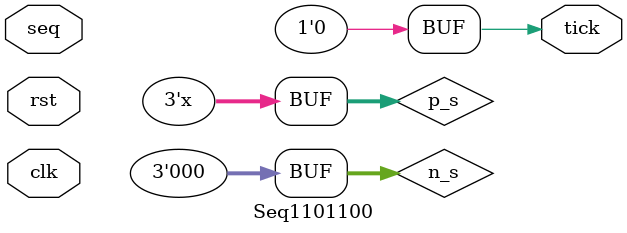
<source format=v>
module Seq1101100(
    input clk,rst,seq,
    output reg tick
    );
localparam a=3'b000;
localparam b=3'b001;
localparam c=3'b010;
localparam d=3'b011;
localparam e=3'b100;
localparam f=3'b101;
localparam g=3'b110;

reg [2:0] p_s,n_s;
always @ (posedge clk,posedge rst)
begin
   if(rst) p_s=a;
else  p_s=n_s;
end
always @ *
   begin
     p_s=n_s;
     tick=1'b0;
     case(p_s)
       a:if(seq)  n_s=b;
         else n_s=a;
       b:if(seq)  n_s=c;
         else n_s=a;
       c:if(seq)  n_s=c;
         else n_s=d;
d:if(seq)  n_s=e;
         else n_s=a;
       e:if(seq)  n_s=f;
         else n_s=a;
       f:if(seq)  n_s=c;
         else n_s=g;
       g:if(seq)
      n_s=e;  

         else begin n_s=e; tick=1'b1;
end
       default:begin
         tick=1'b0;   n_s=a;
        end
     endcase
   end  

endmodule

</source>
